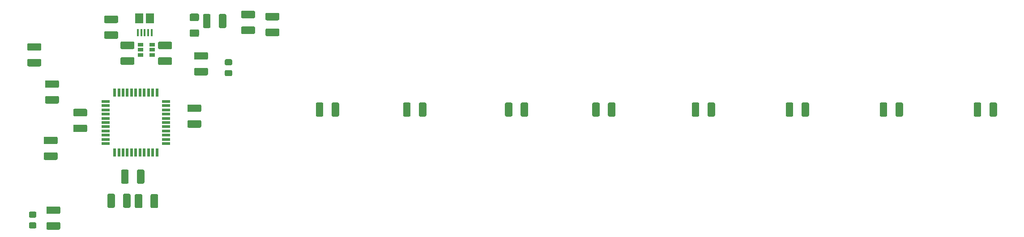
<source format=gbr>
%TF.GenerationSoftware,KiCad,Pcbnew,(5.1.6)-1*%
%TF.CreationDate,2021-02-12T14:45:57+03:00*%
%TF.ProjectId,CearusTab,43656172-7573-4546-9162-2e6b69636164,rev?*%
%TF.SameCoordinates,Original*%
%TF.FileFunction,Paste,Top*%
%TF.FilePolarity,Positive*%
%FSLAX46Y46*%
G04 Gerber Fmt 4.6, Leading zero omitted, Abs format (unit mm)*
G04 Created by KiCad (PCBNEW (5.1.6)-1) date 2021-02-12 14:45:57*
%MOMM*%
%LPD*%
G01*
G04 APERTURE LIST*
%ADD10R,1.500000X0.550000*%
%ADD11R,0.550000X1.500000*%
%ADD12R,1.060000X0.650000*%
%ADD13R,1.500000X1.900000*%
%ADD14R,0.400000X1.350000*%
G04 APERTURE END LIST*
%TO.C,Yellow1*%
G36*
G01*
X100675001Y-40785000D02*
X99774999Y-40785000D01*
G75*
G02*
X99525000Y-40535001I0J249999D01*
G01*
X99525000Y-39884999D01*
G75*
G02*
X99774999Y-39635000I249999J0D01*
G01*
X100675001Y-39635000D01*
G75*
G02*
X100925000Y-39884999I0J-249999D01*
G01*
X100925000Y-40535001D01*
G75*
G02*
X100675001Y-40785000I-249999J0D01*
G01*
G37*
G36*
G01*
X100675001Y-42835000D02*
X99774999Y-42835000D01*
G75*
G02*
X99525000Y-42585001I0J249999D01*
G01*
X99525000Y-41934999D01*
G75*
G02*
X99774999Y-41685000I249999J0D01*
G01*
X100675001Y-41685000D01*
G75*
G02*
X100925000Y-41934999I0J-249999D01*
G01*
X100925000Y-42585001D01*
G75*
G02*
X100675001Y-42835000I-249999J0D01*
G01*
G37*
%TD*%
D10*
%TO.C,U2*%
X125432000Y-18778000D03*
X125432000Y-19578000D03*
X125432000Y-20378000D03*
X125432000Y-21178000D03*
X125432000Y-21978000D03*
X125432000Y-22778000D03*
X125432000Y-23578000D03*
X125432000Y-24378000D03*
X125432000Y-25178000D03*
X125432000Y-25978000D03*
X125432000Y-26778000D03*
D11*
X123732000Y-28478000D03*
X122932000Y-28478000D03*
X122132000Y-28478000D03*
X121332000Y-28478000D03*
X120532000Y-28478000D03*
X119732000Y-28478000D03*
X118932000Y-28478000D03*
X118132000Y-28478000D03*
X117332000Y-28478000D03*
X116532000Y-28478000D03*
X115732000Y-28478000D03*
D10*
X114032000Y-26778000D03*
X114032000Y-25978000D03*
X114032000Y-25178000D03*
X114032000Y-24378000D03*
X114032000Y-23578000D03*
X114032000Y-22778000D03*
X114032000Y-21978000D03*
X114032000Y-21178000D03*
X114032000Y-20378000D03*
X114032000Y-19578000D03*
X114032000Y-18778000D03*
D11*
X115732000Y-17078000D03*
X116532000Y-17078000D03*
X117332000Y-17078000D03*
X118132000Y-17078000D03*
X118932000Y-17078000D03*
X119732000Y-17078000D03*
X120532000Y-17078000D03*
X121332000Y-17078000D03*
X122132000Y-17078000D03*
X122932000Y-17078000D03*
X123732000Y-17078000D03*
%TD*%
D12*
%TO.C,U1*%
X122799200Y-9014500D03*
X122799200Y-8064500D03*
X122799200Y-9964500D03*
X120599200Y-9964500D03*
X120599200Y-9014500D03*
X120599200Y-8064500D03*
%TD*%
%TO.C,reset1*%
G36*
G01*
X120979000Y-36583000D02*
X120979000Y-38733000D01*
G75*
G02*
X120729000Y-38983000I-250000J0D01*
G01*
X119804000Y-38983000D01*
G75*
G02*
X119554000Y-38733000I0J250000D01*
G01*
X119554000Y-36583000D01*
G75*
G02*
X119804000Y-36333000I250000J0D01*
G01*
X120729000Y-36333000D01*
G75*
G02*
X120979000Y-36583000I0J-250000D01*
G01*
G37*
G36*
G01*
X123954000Y-36583000D02*
X123954000Y-38733000D01*
G75*
G02*
X123704000Y-38983000I-250000J0D01*
G01*
X122779000Y-38983000D01*
G75*
G02*
X122529000Y-38733000I0J250000D01*
G01*
X122529000Y-36583000D01*
G75*
G02*
X122779000Y-36333000I250000J0D01*
G01*
X123704000Y-36333000D01*
G75*
G02*
X123954000Y-36583000I0J-250000D01*
G01*
G37*
%TD*%
%TO.C,R16*%
G36*
G01*
X281227500Y-21395000D02*
X281227500Y-19245000D01*
G75*
G02*
X281477500Y-18995000I250000J0D01*
G01*
X282402500Y-18995000D01*
G75*
G02*
X282652500Y-19245000I0J-250000D01*
G01*
X282652500Y-21395000D01*
G75*
G02*
X282402500Y-21645000I-250000J0D01*
G01*
X281477500Y-21645000D01*
G75*
G02*
X281227500Y-21395000I0J250000D01*
G01*
G37*
G36*
G01*
X278252500Y-21395000D02*
X278252500Y-19245000D01*
G75*
G02*
X278502500Y-18995000I250000J0D01*
G01*
X279427500Y-18995000D01*
G75*
G02*
X279677500Y-19245000I0J-250000D01*
G01*
X279677500Y-21395000D01*
G75*
G02*
X279427500Y-21645000I-250000J0D01*
G01*
X278502500Y-21645000D01*
G75*
G02*
X278252500Y-21395000I0J250000D01*
G01*
G37*
%TD*%
%TO.C,R15*%
G36*
G01*
X263447500Y-21395000D02*
X263447500Y-19245000D01*
G75*
G02*
X263697500Y-18995000I250000J0D01*
G01*
X264622500Y-18995000D01*
G75*
G02*
X264872500Y-19245000I0J-250000D01*
G01*
X264872500Y-21395000D01*
G75*
G02*
X264622500Y-21645000I-250000J0D01*
G01*
X263697500Y-21645000D01*
G75*
G02*
X263447500Y-21395000I0J250000D01*
G01*
G37*
G36*
G01*
X260472500Y-21395000D02*
X260472500Y-19245000D01*
G75*
G02*
X260722500Y-18995000I250000J0D01*
G01*
X261647500Y-18995000D01*
G75*
G02*
X261897500Y-19245000I0J-250000D01*
G01*
X261897500Y-21395000D01*
G75*
G02*
X261647500Y-21645000I-250000J0D01*
G01*
X260722500Y-21645000D01*
G75*
G02*
X260472500Y-21395000I0J250000D01*
G01*
G37*
%TD*%
%TO.C,R14*%
G36*
G01*
X245667500Y-21395000D02*
X245667500Y-19245000D01*
G75*
G02*
X245917500Y-18995000I250000J0D01*
G01*
X246842500Y-18995000D01*
G75*
G02*
X247092500Y-19245000I0J-250000D01*
G01*
X247092500Y-21395000D01*
G75*
G02*
X246842500Y-21645000I-250000J0D01*
G01*
X245917500Y-21645000D01*
G75*
G02*
X245667500Y-21395000I0J250000D01*
G01*
G37*
G36*
G01*
X242692500Y-21395000D02*
X242692500Y-19245000D01*
G75*
G02*
X242942500Y-18995000I250000J0D01*
G01*
X243867500Y-18995000D01*
G75*
G02*
X244117500Y-19245000I0J-250000D01*
G01*
X244117500Y-21395000D01*
G75*
G02*
X243867500Y-21645000I-250000J0D01*
G01*
X242942500Y-21645000D01*
G75*
G02*
X242692500Y-21395000I0J250000D01*
G01*
G37*
%TD*%
%TO.C,R13*%
G36*
G01*
X227887500Y-21395000D02*
X227887500Y-19245000D01*
G75*
G02*
X228137500Y-18995000I250000J0D01*
G01*
X229062500Y-18995000D01*
G75*
G02*
X229312500Y-19245000I0J-250000D01*
G01*
X229312500Y-21395000D01*
G75*
G02*
X229062500Y-21645000I-250000J0D01*
G01*
X228137500Y-21645000D01*
G75*
G02*
X227887500Y-21395000I0J250000D01*
G01*
G37*
G36*
G01*
X224912500Y-21395000D02*
X224912500Y-19245000D01*
G75*
G02*
X225162500Y-18995000I250000J0D01*
G01*
X226087500Y-18995000D01*
G75*
G02*
X226337500Y-19245000I0J-250000D01*
G01*
X226337500Y-21395000D01*
G75*
G02*
X226087500Y-21645000I-250000J0D01*
G01*
X225162500Y-21645000D01*
G75*
G02*
X224912500Y-21395000I0J250000D01*
G01*
G37*
%TD*%
%TO.C,R12*%
G36*
G01*
X209055000Y-21395000D02*
X209055000Y-19245000D01*
G75*
G02*
X209305000Y-18995000I250000J0D01*
G01*
X210230000Y-18995000D01*
G75*
G02*
X210480000Y-19245000I0J-250000D01*
G01*
X210480000Y-21395000D01*
G75*
G02*
X210230000Y-21645000I-250000J0D01*
G01*
X209305000Y-21645000D01*
G75*
G02*
X209055000Y-21395000I0J250000D01*
G01*
G37*
G36*
G01*
X206080000Y-21395000D02*
X206080000Y-19245000D01*
G75*
G02*
X206330000Y-18995000I250000J0D01*
G01*
X207255000Y-18995000D01*
G75*
G02*
X207505000Y-19245000I0J-250000D01*
G01*
X207505000Y-21395000D01*
G75*
G02*
X207255000Y-21645000I-250000J0D01*
G01*
X206330000Y-21645000D01*
G75*
G02*
X206080000Y-21395000I0J250000D01*
G01*
G37*
%TD*%
%TO.C,R11*%
G36*
G01*
X192545000Y-21395000D02*
X192545000Y-19245000D01*
G75*
G02*
X192795000Y-18995000I250000J0D01*
G01*
X193720000Y-18995000D01*
G75*
G02*
X193970000Y-19245000I0J-250000D01*
G01*
X193970000Y-21395000D01*
G75*
G02*
X193720000Y-21645000I-250000J0D01*
G01*
X192795000Y-21645000D01*
G75*
G02*
X192545000Y-21395000I0J250000D01*
G01*
G37*
G36*
G01*
X189570000Y-21395000D02*
X189570000Y-19245000D01*
G75*
G02*
X189820000Y-18995000I250000J0D01*
G01*
X190745000Y-18995000D01*
G75*
G02*
X190995000Y-19245000I0J-250000D01*
G01*
X190995000Y-21395000D01*
G75*
G02*
X190745000Y-21645000I-250000J0D01*
G01*
X189820000Y-21645000D01*
G75*
G02*
X189570000Y-21395000I0J250000D01*
G01*
G37*
%TD*%
%TO.C,R10*%
G36*
G01*
X173277500Y-21395000D02*
X173277500Y-19245000D01*
G75*
G02*
X173527500Y-18995000I250000J0D01*
G01*
X174452500Y-18995000D01*
G75*
G02*
X174702500Y-19245000I0J-250000D01*
G01*
X174702500Y-21395000D01*
G75*
G02*
X174452500Y-21645000I-250000J0D01*
G01*
X173527500Y-21645000D01*
G75*
G02*
X173277500Y-21395000I0J250000D01*
G01*
G37*
G36*
G01*
X170302500Y-21395000D02*
X170302500Y-19245000D01*
G75*
G02*
X170552500Y-18995000I250000J0D01*
G01*
X171477500Y-18995000D01*
G75*
G02*
X171727500Y-19245000I0J-250000D01*
G01*
X171727500Y-21395000D01*
G75*
G02*
X171477500Y-21645000I-250000J0D01*
G01*
X170552500Y-21645000D01*
G75*
G02*
X170302500Y-21395000I0J250000D01*
G01*
G37*
%TD*%
%TO.C,R9*%
G36*
G01*
X156767500Y-21395000D02*
X156767500Y-19245000D01*
G75*
G02*
X157017500Y-18995000I250000J0D01*
G01*
X157942500Y-18995000D01*
G75*
G02*
X158192500Y-19245000I0J-250000D01*
G01*
X158192500Y-21395000D01*
G75*
G02*
X157942500Y-21645000I-250000J0D01*
G01*
X157017500Y-21645000D01*
G75*
G02*
X156767500Y-21395000I0J250000D01*
G01*
G37*
G36*
G01*
X153792500Y-21395000D02*
X153792500Y-19245000D01*
G75*
G02*
X154042500Y-18995000I250000J0D01*
G01*
X154967500Y-18995000D01*
G75*
G02*
X155217500Y-19245000I0J-250000D01*
G01*
X155217500Y-21395000D01*
G75*
G02*
X154967500Y-21645000I-250000J0D01*
G01*
X154042500Y-21645000D01*
G75*
G02*
X153792500Y-21395000I0J250000D01*
G01*
G37*
%TD*%
%TO.C,R8*%
G36*
G01*
X115774500Y-36517000D02*
X115774500Y-38667000D01*
G75*
G02*
X115524500Y-38917000I-250000J0D01*
G01*
X114599500Y-38917000D01*
G75*
G02*
X114349500Y-38667000I0J250000D01*
G01*
X114349500Y-36517000D01*
G75*
G02*
X114599500Y-36267000I250000J0D01*
G01*
X115524500Y-36267000D01*
G75*
G02*
X115774500Y-36517000I0J-250000D01*
G01*
G37*
G36*
G01*
X118749500Y-36517000D02*
X118749500Y-38667000D01*
G75*
G02*
X118499500Y-38917000I-250000J0D01*
G01*
X117574500Y-38917000D01*
G75*
G02*
X117324500Y-38667000I0J250000D01*
G01*
X117324500Y-36517000D01*
G75*
G02*
X117574500Y-36267000I250000J0D01*
G01*
X118499500Y-36267000D01*
G75*
G02*
X118749500Y-36517000I0J-250000D01*
G01*
G37*
%TD*%
%TO.C,R7*%
G36*
G01*
X101593000Y-9181000D02*
X99443000Y-9181000D01*
G75*
G02*
X99193000Y-8931000I0J250000D01*
G01*
X99193000Y-8006000D01*
G75*
G02*
X99443000Y-7756000I250000J0D01*
G01*
X101593000Y-7756000D01*
G75*
G02*
X101843000Y-8006000I0J-250000D01*
G01*
X101843000Y-8931000D01*
G75*
G02*
X101593000Y-9181000I-250000J0D01*
G01*
G37*
G36*
G01*
X101593000Y-12156000D02*
X99443000Y-12156000D01*
G75*
G02*
X99193000Y-11906000I0J250000D01*
G01*
X99193000Y-10981000D01*
G75*
G02*
X99443000Y-10731000I250000J0D01*
G01*
X101593000Y-10731000D01*
G75*
G02*
X101843000Y-10981000I0J-250000D01*
G01*
X101843000Y-11906000D01*
G75*
G02*
X101593000Y-12156000I-250000J0D01*
G01*
G37*
%TD*%
%TO.C,R6*%
G36*
G01*
X108145000Y-23163500D02*
X110295000Y-23163500D01*
G75*
G02*
X110545000Y-23413500I0J-250000D01*
G01*
X110545000Y-24338500D01*
G75*
G02*
X110295000Y-24588500I-250000J0D01*
G01*
X108145000Y-24588500D01*
G75*
G02*
X107895000Y-24338500I0J250000D01*
G01*
X107895000Y-23413500D01*
G75*
G02*
X108145000Y-23163500I250000J0D01*
G01*
G37*
G36*
G01*
X108145000Y-20188500D02*
X110295000Y-20188500D01*
G75*
G02*
X110545000Y-20438500I0J-250000D01*
G01*
X110545000Y-21363500D01*
G75*
G02*
X110295000Y-21613500I-250000J0D01*
G01*
X108145000Y-21613500D01*
G75*
G02*
X107895000Y-21363500I0J250000D01*
G01*
X107895000Y-20438500D01*
G75*
G02*
X108145000Y-20188500I250000J0D01*
G01*
G37*
%TD*%
%TO.C,R5*%
G36*
G01*
X105215000Y-40082500D02*
X103065000Y-40082500D01*
G75*
G02*
X102815000Y-39832500I0J250000D01*
G01*
X102815000Y-38907500D01*
G75*
G02*
X103065000Y-38657500I250000J0D01*
G01*
X105215000Y-38657500D01*
G75*
G02*
X105465000Y-38907500I0J-250000D01*
G01*
X105465000Y-39832500D01*
G75*
G02*
X105215000Y-40082500I-250000J0D01*
G01*
G37*
G36*
G01*
X105215000Y-43057500D02*
X103065000Y-43057500D01*
G75*
G02*
X102815000Y-42807500I0J250000D01*
G01*
X102815000Y-41882500D01*
G75*
G02*
X103065000Y-41632500I250000J0D01*
G01*
X105215000Y-41632500D01*
G75*
G02*
X105465000Y-41882500I0J-250000D01*
G01*
X105465000Y-42807500D01*
G75*
G02*
X105215000Y-43057500I-250000J0D01*
G01*
G37*
%TD*%
%TO.C,R4*%
G36*
G01*
X119937500Y-34095000D02*
X119937500Y-31945000D01*
G75*
G02*
X120187500Y-31695000I250000J0D01*
G01*
X121112500Y-31695000D01*
G75*
G02*
X121362500Y-31945000I0J-250000D01*
G01*
X121362500Y-34095000D01*
G75*
G02*
X121112500Y-34345000I-250000J0D01*
G01*
X120187500Y-34345000D01*
G75*
G02*
X119937500Y-34095000I0J250000D01*
G01*
G37*
G36*
G01*
X116962500Y-34095000D02*
X116962500Y-31945000D01*
G75*
G02*
X117212500Y-31695000I250000J0D01*
G01*
X118137500Y-31695000D01*
G75*
G02*
X118387500Y-31945000I0J-250000D01*
G01*
X118387500Y-34095000D01*
G75*
G02*
X118137500Y-34345000I-250000J0D01*
G01*
X117212500Y-34345000D01*
G75*
G02*
X116962500Y-34095000I0J250000D01*
G01*
G37*
%TD*%
%TO.C,R3*%
G36*
G01*
X126335100Y-8891300D02*
X124185100Y-8891300D01*
G75*
G02*
X123935100Y-8641300I0J250000D01*
G01*
X123935100Y-7716300D01*
G75*
G02*
X124185100Y-7466300I250000J0D01*
G01*
X126335100Y-7466300D01*
G75*
G02*
X126585100Y-7716300I0J-250000D01*
G01*
X126585100Y-8641300D01*
G75*
G02*
X126335100Y-8891300I-250000J0D01*
G01*
G37*
G36*
G01*
X126335100Y-11866300D02*
X124185100Y-11866300D01*
G75*
G02*
X123935100Y-11616300I0J250000D01*
G01*
X123935100Y-10691300D01*
G75*
G02*
X124185100Y-10441300I250000J0D01*
G01*
X126335100Y-10441300D01*
G75*
G02*
X126585100Y-10691300I0J-250000D01*
G01*
X126585100Y-11616300D01*
G75*
G02*
X126335100Y-11866300I-250000J0D01*
G01*
G37*
%TD*%
%TO.C,R2*%
G36*
G01*
X119223100Y-8865900D02*
X117073100Y-8865900D01*
G75*
G02*
X116823100Y-8615900I0J250000D01*
G01*
X116823100Y-7690900D01*
G75*
G02*
X117073100Y-7440900I250000J0D01*
G01*
X119223100Y-7440900D01*
G75*
G02*
X119473100Y-7690900I0J-250000D01*
G01*
X119473100Y-8615900D01*
G75*
G02*
X119223100Y-8865900I-250000J0D01*
G01*
G37*
G36*
G01*
X119223100Y-11840900D02*
X117073100Y-11840900D01*
G75*
G02*
X116823100Y-11590900I0J250000D01*
G01*
X116823100Y-10665900D01*
G75*
G02*
X117073100Y-10415900I250000J0D01*
G01*
X119223100Y-10415900D01*
G75*
G02*
X119473100Y-10665900I0J-250000D01*
G01*
X119473100Y-11590900D01*
G75*
G02*
X119223100Y-11840900I-250000J0D01*
G01*
G37*
%TD*%
%TO.C,R1*%
G36*
G01*
X133155000Y-10872500D02*
X131005000Y-10872500D01*
G75*
G02*
X130755000Y-10622500I0J250000D01*
G01*
X130755000Y-9697500D01*
G75*
G02*
X131005000Y-9447500I250000J0D01*
G01*
X133155000Y-9447500D01*
G75*
G02*
X133405000Y-9697500I0J-250000D01*
G01*
X133405000Y-10622500D01*
G75*
G02*
X133155000Y-10872500I-250000J0D01*
G01*
G37*
G36*
G01*
X133155000Y-13847500D02*
X131005000Y-13847500D01*
G75*
G02*
X130755000Y-13597500I0J250000D01*
G01*
X130755000Y-12672500D01*
G75*
G02*
X131005000Y-12422500I250000J0D01*
G01*
X133155000Y-12422500D01*
G75*
G02*
X133405000Y-12672500I0J-250000D01*
G01*
X133405000Y-13597500D01*
G75*
G02*
X133155000Y-13847500I-250000J0D01*
G01*
G37*
%TD*%
%TO.C,Power_red1*%
G36*
G01*
X136814999Y-12845000D02*
X137715001Y-12845000D01*
G75*
G02*
X137965000Y-13094999I0J-249999D01*
G01*
X137965000Y-13745001D01*
G75*
G02*
X137715001Y-13995000I-249999J0D01*
G01*
X136814999Y-13995000D01*
G75*
G02*
X136565000Y-13745001I0J249999D01*
G01*
X136565000Y-13094999D01*
G75*
G02*
X136814999Y-12845000I249999J0D01*
G01*
G37*
G36*
G01*
X136814999Y-10795000D02*
X137715001Y-10795000D01*
G75*
G02*
X137965000Y-11044999I0J-249999D01*
G01*
X137965000Y-11695001D01*
G75*
G02*
X137715001Y-11945000I-249999J0D01*
G01*
X136814999Y-11945000D01*
G75*
G02*
X136565000Y-11695001I0J249999D01*
G01*
X136565000Y-11044999D01*
G75*
G02*
X136814999Y-10795000I249999J0D01*
G01*
G37*
%TD*%
D13*
%TO.C,J1*%
X122412000Y-3080500D03*
D14*
X121412000Y-5780500D03*
X120762000Y-5780500D03*
X120112000Y-5780500D03*
X122712000Y-5780500D03*
X122062000Y-5780500D03*
D13*
X120412000Y-3080500D03*
%TD*%
%TO.C,F1*%
G36*
G01*
X131435000Y-3579500D02*
X130185000Y-3579500D01*
G75*
G02*
X129935000Y-3329500I0J250000D01*
G01*
X129935000Y-2404500D01*
G75*
G02*
X130185000Y-2154500I250000J0D01*
G01*
X131435000Y-2154500D01*
G75*
G02*
X131685000Y-2404500I0J-250000D01*
G01*
X131685000Y-3329500D01*
G75*
G02*
X131435000Y-3579500I-250000J0D01*
G01*
G37*
G36*
G01*
X131435000Y-6554500D02*
X130185000Y-6554500D01*
G75*
G02*
X129935000Y-6304500I0J250000D01*
G01*
X129935000Y-5379500D01*
G75*
G02*
X130185000Y-5129500I250000J0D01*
G01*
X131435000Y-5129500D01*
G75*
G02*
X131685000Y-5379500I0J-250000D01*
G01*
X131685000Y-6304500D01*
G75*
G02*
X131435000Y-6554500I-250000J0D01*
G01*
G37*
%TD*%
%TO.C,C8*%
G36*
G01*
X139895000Y-4585000D02*
X142045000Y-4585000D01*
G75*
G02*
X142295000Y-4835000I0J-250000D01*
G01*
X142295000Y-5760000D01*
G75*
G02*
X142045000Y-6010000I-250000J0D01*
G01*
X139895000Y-6010000D01*
G75*
G02*
X139645000Y-5760000I0J250000D01*
G01*
X139645000Y-4835000D01*
G75*
G02*
X139895000Y-4585000I250000J0D01*
G01*
G37*
G36*
G01*
X139895000Y-1610000D02*
X142045000Y-1610000D01*
G75*
G02*
X142295000Y-1860000I0J-250000D01*
G01*
X142295000Y-2785000D01*
G75*
G02*
X142045000Y-3035000I-250000J0D01*
G01*
X139895000Y-3035000D01*
G75*
G02*
X139645000Y-2785000I0J250000D01*
G01*
X139645000Y-1860000D01*
G75*
G02*
X139895000Y-1610000I250000J0D01*
G01*
G37*
%TD*%
%TO.C,C7*%
G36*
G01*
X116149700Y-3947800D02*
X113999700Y-3947800D01*
G75*
G02*
X113749700Y-3697800I0J250000D01*
G01*
X113749700Y-2772800D01*
G75*
G02*
X113999700Y-2522800I250000J0D01*
G01*
X116149700Y-2522800D01*
G75*
G02*
X116399700Y-2772800I0J-250000D01*
G01*
X116399700Y-3697800D01*
G75*
G02*
X116149700Y-3947800I-250000J0D01*
G01*
G37*
G36*
G01*
X116149700Y-6922800D02*
X113999700Y-6922800D01*
G75*
G02*
X113749700Y-6672800I0J250000D01*
G01*
X113749700Y-5747800D01*
G75*
G02*
X113999700Y-5497800I250000J0D01*
G01*
X116149700Y-5497800D01*
G75*
G02*
X116399700Y-5747800I0J-250000D01*
G01*
X116399700Y-6672800D01*
G75*
G02*
X116149700Y-6922800I-250000J0D01*
G01*
G37*
%TD*%
%TO.C,C6*%
G36*
G01*
X104707000Y-26874500D02*
X102557000Y-26874500D01*
G75*
G02*
X102307000Y-26624500I0J250000D01*
G01*
X102307000Y-25699500D01*
G75*
G02*
X102557000Y-25449500I250000J0D01*
G01*
X104707000Y-25449500D01*
G75*
G02*
X104957000Y-25699500I0J-250000D01*
G01*
X104957000Y-26624500D01*
G75*
G02*
X104707000Y-26874500I-250000J0D01*
G01*
G37*
G36*
G01*
X104707000Y-29849500D02*
X102557000Y-29849500D01*
G75*
G02*
X102307000Y-29599500I0J250000D01*
G01*
X102307000Y-28674500D01*
G75*
G02*
X102557000Y-28424500I250000J0D01*
G01*
X104707000Y-28424500D01*
G75*
G02*
X104957000Y-28674500I0J-250000D01*
G01*
X104957000Y-29599500D01*
G75*
G02*
X104707000Y-29849500I-250000J0D01*
G01*
G37*
%TD*%
%TO.C,C5*%
G36*
G01*
X104961000Y-16206500D02*
X102811000Y-16206500D01*
G75*
G02*
X102561000Y-15956500I0J250000D01*
G01*
X102561000Y-15031500D01*
G75*
G02*
X102811000Y-14781500I250000J0D01*
G01*
X104961000Y-14781500D01*
G75*
G02*
X105211000Y-15031500I0J-250000D01*
G01*
X105211000Y-15956500D01*
G75*
G02*
X104961000Y-16206500I-250000J0D01*
G01*
G37*
G36*
G01*
X104961000Y-19181500D02*
X102811000Y-19181500D01*
G75*
G02*
X102561000Y-18931500I0J250000D01*
G01*
X102561000Y-18006500D01*
G75*
G02*
X102811000Y-17756500I250000J0D01*
G01*
X104961000Y-17756500D01*
G75*
G02*
X105211000Y-18006500I0J-250000D01*
G01*
X105211000Y-18931500D01*
G75*
G02*
X104961000Y-19181500I-250000J0D01*
G01*
G37*
%TD*%
%TO.C,C3*%
G36*
G01*
X129735000Y-22328500D02*
X131885000Y-22328500D01*
G75*
G02*
X132135000Y-22578500I0J-250000D01*
G01*
X132135000Y-23503500D01*
G75*
G02*
X131885000Y-23753500I-250000J0D01*
G01*
X129735000Y-23753500D01*
G75*
G02*
X129485000Y-23503500I0J250000D01*
G01*
X129485000Y-22578500D01*
G75*
G02*
X129735000Y-22328500I250000J0D01*
G01*
G37*
G36*
G01*
X129735000Y-19353500D02*
X131885000Y-19353500D01*
G75*
G02*
X132135000Y-19603500I0J-250000D01*
G01*
X132135000Y-20528500D01*
G75*
G02*
X131885000Y-20778500I-250000J0D01*
G01*
X129735000Y-20778500D01*
G75*
G02*
X129485000Y-20528500I0J250000D01*
G01*
X129485000Y-19603500D01*
G75*
G02*
X129735000Y-19353500I250000J0D01*
G01*
G37*
%TD*%
%TO.C,C2*%
G36*
G01*
X146655000Y-3435000D02*
X144505000Y-3435000D01*
G75*
G02*
X144255000Y-3185000I0J250000D01*
G01*
X144255000Y-2260000D01*
G75*
G02*
X144505000Y-2010000I250000J0D01*
G01*
X146655000Y-2010000D01*
G75*
G02*
X146905000Y-2260000I0J-250000D01*
G01*
X146905000Y-3185000D01*
G75*
G02*
X146655000Y-3435000I-250000J0D01*
G01*
G37*
G36*
G01*
X146655000Y-6410000D02*
X144505000Y-6410000D01*
G75*
G02*
X144255000Y-6160000I0J250000D01*
G01*
X144255000Y-5235000D01*
G75*
G02*
X144505000Y-4985000I250000J0D01*
G01*
X146655000Y-4985000D01*
G75*
G02*
X146905000Y-5235000I0J-250000D01*
G01*
X146905000Y-6160000D01*
G75*
G02*
X146655000Y-6410000I-250000J0D01*
G01*
G37*
%TD*%
%TO.C,C1*%
G36*
G01*
X135431500Y-4631000D02*
X135431500Y-2481000D01*
G75*
G02*
X135681500Y-2231000I250000J0D01*
G01*
X136606500Y-2231000D01*
G75*
G02*
X136856500Y-2481000I0J-250000D01*
G01*
X136856500Y-4631000D01*
G75*
G02*
X136606500Y-4881000I-250000J0D01*
G01*
X135681500Y-4881000D01*
G75*
G02*
X135431500Y-4631000I0J250000D01*
G01*
G37*
G36*
G01*
X132456500Y-4631000D02*
X132456500Y-2481000D01*
G75*
G02*
X132706500Y-2231000I250000J0D01*
G01*
X133631500Y-2231000D01*
G75*
G02*
X133881500Y-2481000I0J-250000D01*
G01*
X133881500Y-4631000D01*
G75*
G02*
X133631500Y-4881000I-250000J0D01*
G01*
X132706500Y-4881000D01*
G75*
G02*
X132456500Y-4631000I0J250000D01*
G01*
G37*
%TD*%
M02*

</source>
